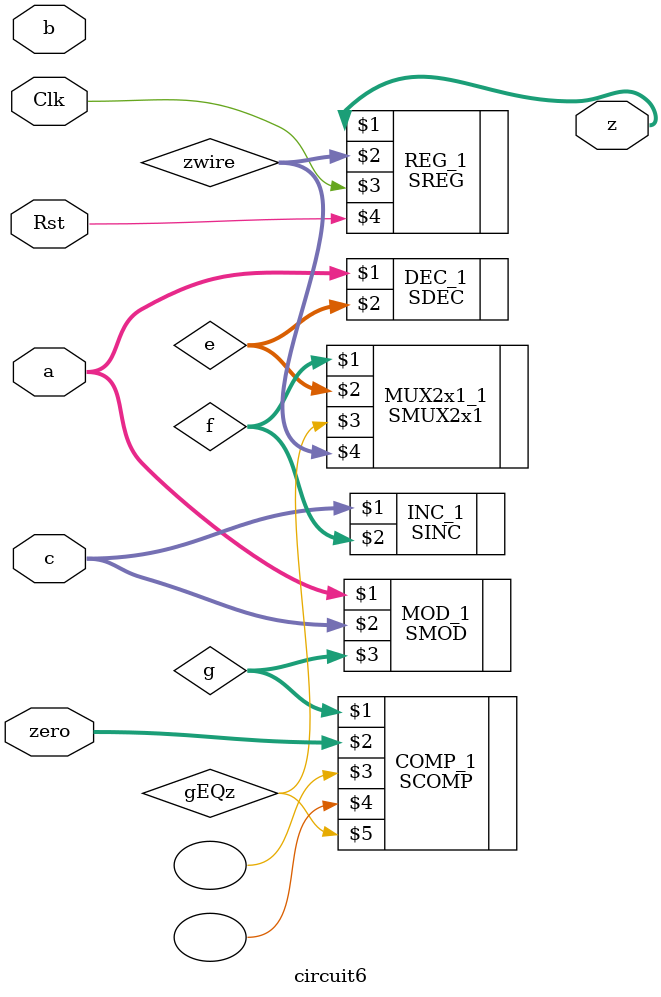
<source format=v>
`timescale 1ns / 1ns

module circuit6(a, b, c, zero, z, Clk, Rst);

    input  Clk, Rst;
    input  signed [63:0] a, b, c, zero;
    
    output signed [63:0] z;
    
    wire   signed [63:0] e, f, g, zwire;
    wire   gEQz;
    
    SDEC   #(.DATAWIDTH(64)) DEC_1(a, e);                   // e = a - 1, signed decrement
    SINC   #(.DATAWIDTH(64)) INC_1(c, f);                   // f = c + 1, signed increment
    SMOD   #(.DATAWIDTH(64)) MOD_1(a, c, g);                // g = a % c, signed modulo
    SCOMP  #(.DATAWIDTH(64)) COMP_1(g, zero, , ,gEQz);      // gEQz = g == zero, signed comparison
    SMUX2x1#(.DATAWIDTH(64)) MUX2x1_1(f, e, gEQz, zwire);   // zwire = gEQz ? e : f, signed multiplexing
    SREG   #(.DATAWIDTH(64)) REG_1(z, zwire, Clk, Rst);     // z = zwire, signed register

endmodule

</source>
